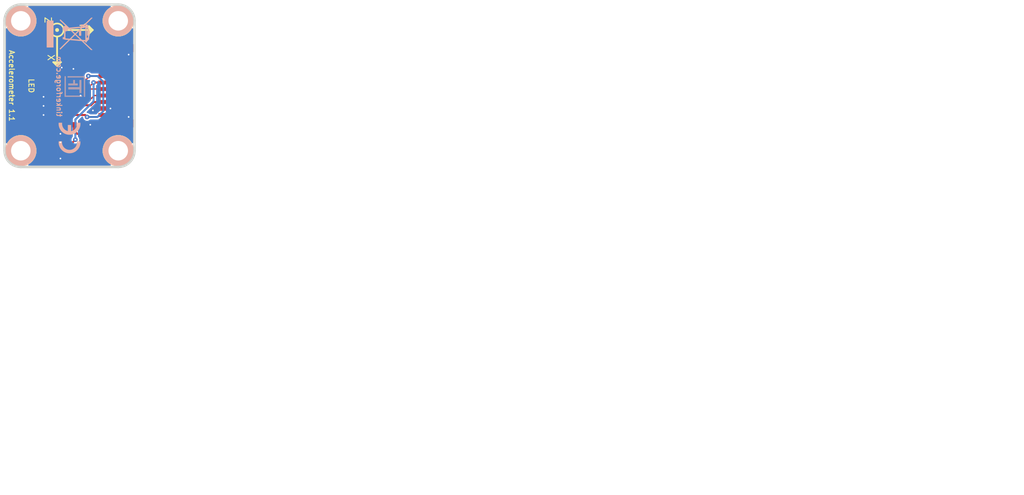
<source format=kicad_pcb>
(kicad_pcb (version 20221018) (generator pcbnew)
  (title_block (title "Accelerometer Bricklet") (date "2016-03-04") (rev "1.1") (company "Tinkerforge GmbH") (comment 1 "Licensed under CERN OHL v.1.1") (comment 2 "Copyright (©) 2016, B.Nordmeyer <bastian@tinkerforge.com>"))
  (layers (0 "F.Cu" signal "Vorderseite") (31 "B.Cu" signal "Rückseite") (34 "B.Paste" user) (35 "F.Paste" user) (36 "B.SilkS" user "B.Silkscreen") (37 "F.SilkS" user "F.Silkscreen") (38 "B.Mask" user) (39 "F.Mask" user) (44 "Edge.Cuts" user))
  (net 0 "")
  (net 1 "GND")
  (net 2 "SCL")
  (net 3 "SDA")
  (net 4 "VCC")
  (net 5 "Net-(P1-Pad6)")
  (net 6 "Net-(P1-Pad8)")
  (net 7 "Net-(P1-Pad9)")
  (net 8 "Net-(P1-Pad10)")
  (net 9 "Net-(D1-Pad2)")
  (net 10 "Net-(P1-Pad1)")
  (net 11 "Net-(P1-Pad7)")
  (net 12 "Net-(U1-Pad7)")
  (net 13 "Net-(U2-Pad2)")
  (net 14 "Net-(U2-Pad3)")
  (footprint "Fiducial_Mark" (layer "F.Cu") (at 125.05 106.15)
    (fp_text reference "Fiducial_Mark" hide)
    (fp_text value "VAL**" hide)
    (pad "1" smd circle (at 0 0) (size 1.00076 1.00076) (layers "F.Cu" "F.Mask") (clearance 0.65024))
  )
  (footprint "Fiducial_Mark" (layer "F.Cu") (at 135.15 89.05)
    (fp_text reference "Fiducial_Mark" hide)
    (fp_text value "VAL**" hide)
    (pad "1" smd circle (at 0 0) (size 1.00076 1.00076) (layers "F.Cu" "F.Mask") (clearance 0.65024))
  )
  (footprint "tinkerforge:DRILL_NP" (layer "F.Cu") (at 124.05 110.15)
    (fp_text reference "U3" hide)
    (fp_text value "DRILL" hide)
    (pad "" np_thru_hole circle (at 0 0) (size 2.99974 2.99974) (drill 2.99974) (layers "*.Cu" "*.Mask" "F.SilkS") (clearance 0.89916))
  )
  (footprint "tinkerforge:DRILL_NP" (layer "F.Cu") (at 139.04976 110.14964 90)
    (fp_text reference "U4" hide)
    (fp_text value "DRILL" hide)
    (pad "" np_thru_hole circle (at 0 0 90) (size 2.99974 2.99974) (drill 2.99974) (layers "*.Cu" "*.Mask" "F.SilkS") (clearance 0.89916))
  )
  (footprint "tinkerforge:DRILL_NP" (layer "F.Cu") (at 139.04976 90.14968)
    (fp_text reference "U5" hide)
    (fp_text value "DRILL" hide)
    (pad "" np_thru_hole circle (at 0 0) (size 2.99974 2.99974) (drill 2.99974) (layers "*.Cu" "*.Mask" "F.SilkS") (clearance 0.89916))
  )
  (footprint "tinkerforge:DRILL_NP" (layer "F.Cu") (at 124.05 90.15)
    (fp_text reference "U6" hide)
    (fp_text value "DRILL" hide)
    (pad "" np_thru_hole circle (at 0 0) (size 2.99974 2.99974) (drill 2.99974) (layers "*.Cu" "*.Mask" "F.SilkS") (clearance 0.89916))
  )
  (footprint "C0603" (layer "F.Cu") (at 133.05 106.15 180)
    (fp_text reference "C1")
    (fp_text value "100nF")
    (pad "1" smd rect (at -0.8001 0 180) (size 0.8001 0.8001) (layers "F.Cu" "F.Paste" "F.Mask") (net 1 "GND"))
    (pad "2" smd rect (at 0.8001 0 180) (size 0.8001 0.8001) (layers "F.Cu" "F.Paste" "F.Mask") (net 4 "VCC"))
  )
  (footprint "C0805" (layer "F.Cu") (at 129.45 104.65)
    (fp_text reference "C2")
    (fp_text value "10µF")
    (pad "1" smd rect (at -1.00076 0) (size 1.00076 1.24968) (layers "F.Cu" "F.Paste" "F.Mask") (net 1 "GND") (clearance 0.14986))
    (pad "2" smd rect (at 1.00076 0) (size 1.00076 1.24968) (layers "F.Cu" "F.Paste" "F.Mask") (net 4 "VCC") (clearance 0.14986))
  )
  (footprint "C0603" (layer "F.Cu") (at 129.25 103.25)
    (fp_text reference "C3")
    (fp_text value "100nF")
    (pad "1" smd rect (at -0.8001 0) (size 0.8001 0.8001) (layers "F.Cu" "F.Paste" "F.Mask") (net 1 "GND"))
    (pad "2" smd rect (at 0.8001 0) (size 0.8001 0.8001) (layers "F.Cu" "F.Paste" "F.Mask") (net 4 "VCC"))
  )
  (footprint "C0603" (layer "F.Cu") (at 128.45 101.05 90)
    (fp_text reference "C4")
    (fp_text value "100nF")
    (pad "1" smd rect (at -0.8001 0 90) (size 0.8001 0.8001) (layers "F.Cu" "F.Paste" "F.Mask") (net 1 "GND"))
    (pad "2" smd rect (at 0.8001 0 90) (size 0.8001 0.8001) (layers "F.Cu" "F.Paste" "F.Mask") (net 4 "VCC"))
  )
  (footprint "D0603" (layer "F.Cu") (at 124.35 100.15 90)
    (fp_text reference "D1")
    (fp_text value "LED")
    (pad "1" smd rect (at -0.8001 0 90) (size 0.8001 0.8001) (layers "F.Cu" "F.Paste" "F.Mask") (net 4 "VCC"))
    (pad "2" smd rect (at 0.8001 0 90) (size 0.8001 0.8001) (layers "F.Cu" "F.Paste" "F.Mask") (net 9 "Net-(D1-Pad2)"))
  )
  (footprint "CON-SENSOR" (layer "F.Cu") (at 141.54912 100.14966 90)
    (fp_text reference "P1")
    (fp_text value "CON-SENSOR")
    (pad "1" smd rect (at -4.50088 -4.7752 90) (size 0.59944 1.5494) (layers "F.Cu" "F.Paste" "F.Mask") (net 10 "Net-(P1-Pad1)"))
    (pad "2" smd rect (at -3.50012 -4.7752 90) (size 0.59944 1.5494) (layers "F.Cu" "F.Paste" "F.Mask") (net 1 "GND"))
    (pad "3" smd rect (at -2.49936 -4.7752 90) (size 0.59944 1.5494) (layers "F.Cu" "F.Paste" "F.Mask") (net 4 "VCC"))
    (pad "4" smd rect (at -1.50114 -4.7752 90) (size 0.59944 1.5494) (layers "F.Cu" "F.Paste" "F.Mask") (net 2 "SCL"))
    (pad "5" smd rect (at -0.50038 -4.7752 90) (size 0.59944 1.5494) (layers "F.Cu" "F.Paste" "F.Mask") (net 3 "SDA"))
    (pad "6" smd rect (at 0.50038 -4.7752 90) (size 0.59944 1.5494) (layers "F.Cu" "F.Paste" "F.Mask") (net 5 "Net-(P1-Pad6)"))
    (pad "7" smd rect (at 1.50114 -4.7752 90) (size 0.59944 1.5494) (layers "F.Cu" "F.Paste" "F.Mask") (net 11 "Net-(P1-Pad7)"))
    (pad "8" smd rect (at 2.49936 -4.7752 90) (size 0.59944 1.5494) (layers "F.Cu" "F.Paste" "F.Mask") (net 6 "Net-(P1-Pad8)"))
    (pad "9" smd rect (at 3.50012 -4.7752 90) (size 0.59944 1.5494) (layers "F.Cu" "F.Paste" "F.Mask") (net 7 "Net-(P1-Pad9)"))
    (pad "10" smd rect (at 4.50088 -4.7752 90) (size 0.59944 1.5494) (layers "F.Cu" "F.Paste" "F.Mask") (net 8 "Net-(P1-Pad10)"))
    (pad "EP" smd rect (at -5.79882 -0.89916 90) (size 1.19888 1.80086) (layers "F.Cu" "F.Paste" "F.Mask") (net 1 "GND"))
    (pad "EP" smd rect (at 5.79882 -0.89916 90) (size 1.19888 1.80086) (layers "F.Cu" "F.Paste" "F.Mask") (net 1 "GND"))
  )
  (footprint "R0603" (layer "F.Cu") (at 124.35 97.25 90)
    (fp_text reference "R1")
    (fp_text value "1k")
    (pad "1" smd rect (at -0.8001 0 90) (size 0.8001 0.8001) (layers "F.Cu" "F.Paste" "F.Mask") (net 9 "Net-(D1-Pad2)"))
    (pad "2" smd rect (at 0.8001 0 90) (size 0.8001 0.8001) (layers "F.Cu" "F.Paste" "F.Mask") (net 8 "Net-(P1-Pad10)"))
  )
  (footprint "kicad-libraries:SOIC8" (layer "F.Cu") (at 131.55 109.45 -90)
    (fp_text reference "U1")
    (fp_text value "M24C64")
    (pad "1" smd rect (at -1.90246 2.69748 90) (size 0.59944 1.5494) (layers "F.Cu" "F.Paste" "F.Mask") (net 1 "GND"))
    (pad "2" smd rect (at -0.63246 2.69748 90) (size 0.59944 1.5494) (layers "F.Cu" "F.Paste" "F.Mask") (net 1 "GND"))
    (pad "3" smd rect (at 0.63246 2.69748 90) (size 0.59944 1.5494) (layers "F.Cu" "F.Paste" "F.Mask") (net 5 "Net-(P1-Pad6)"))
    (pad "4" smd rect (at 1.90246 2.69748 90) (size 0.59944 1.5494) (layers "F.Cu" "F.Paste" "F.Mask") (net 1 "GND"))
    (pad "5" smd rect (at 1.90246 -2.69748 270) (size 0.59944 1.5494) (layers "F.Cu" "F.Paste" "F.Mask") (net 3 "SDA"))
    (pad "6" smd rect (at 0.63246 -2.69748 270) (size 0.59944 1.5494) (layers "F.Cu" "F.Paste" "F.Mask") (net 2 "SCL"))
    (pad "7" smd rect (at -0.63246 -2.69748 270) (size 0.59944 1.5494) (layers "F.Cu" "F.Paste" "F.Mask") (net 12 "Net-(U1-Pad7)"))
    (pad "8" smd rect (at -1.90246 -2.69748 270) (size 0.59944 1.5494) (layers "F.Cu" "F.Paste" "F.Mask") (net 4 "VCC"))
  )
  (footprint "kicad-libraries:LGA-16-3x3" (layer "F.Cu") (at 131.55 100.15 90)
    (fp_text reference "U2")
    (fp_text value "LIS3DSH")
    (pad "1" smd rect (at -1.475 -1 90) (size 0.85 0.25) (layers "F.Cu" "F.Paste" "F.Mask") (net 4 "VCC"))
    (pad "2" smd rect (at -1.475 -0.5 90) (size 0.85 0.25) (layers "F.Cu" "F.Paste" "F.Mask") (net 13 "Net-(U2-Pad2)"))
    (pad "3" smd rect (at -1.475 0 90) (size 0.85 0.25) (layers "F.Cu" "F.Paste" "F.Mask") (net 14 "Net-(U2-Pad3)"))
    (pad "4" smd rect (at -1.475 0.5 90) (size 0.85 0.25) (layers "F.Cu" "F.Paste" "F.Mask") (net 2 "SCL"))
    (pad "5" smd rect (at -1.475 1 90) (size 0.85 0.25) (layers "F.Cu" "F.Paste" "F.Mask") (net 1 "GND"))
    (pad "6" smd rect (at -0.5 1.475 90) (size 0.25 0.85) (layers "F.Cu" "F.Paste" "F.Mask") (net 3 "SDA"))
    (pad "7" smd rect (at 0 1.475 90) (size 0.25 0.85) (layers "F.Cu" "F.Paste" "F.Mask") (net 5 "Net-(P1-Pad6)"))
    (pad "8" smd rect (at 0.5 1.475 90) (size 0.25 0.85) (layers "F.Cu" "F.Paste" "F.Mask") (net 4 "VCC"))
    (pad "9" smd rect (at 1.475 1 90) (size 0.85 0.25) (layers "F.Cu" "F.Paste" "F.Mask") (net 6 "Net-(P1-Pad8)"))
    (pad "10" smd rect (at 1.475 0.5 90) (size 0.85 0.25) (layers "F.Cu" "F.Paste" "F.Mask") (net 1 "GND"))
    (pad "11" smd rect (at 1.475 0 90) (size 0.85 0.25) (layers "F.Cu" "F.Paste" "F.Mask") (net 7 "Net-(P1-Pad9)"))
    (pad "12" smd rect (at 1.475 -0.5 90) (size 0.85 0.25) (layers "F.Cu" "F.Paste" "F.Mask") (net 1 "GND"))
    (pad "13" smd rect (at 1.475 -1 90) (size 0.85 0.25) (layers "F.Cu" "F.Paste" "F.Mask") (net 1 "GND"))
    (pad "14" smd rect (at 0.5 -1.475 90) (size 0.25 0.85) (layers "F.Cu" "F.Paste" "F.Mask") (net 4 "VCC"))
    (pad "15" smd rect (at 0 -1.475 90) (size 0.25 0.85) (layers "F.Cu" "F.Paste" "F.Mask") (net 4 "VCC"))
    (pad "16" smd rect (at -0.5 -1.475 90) (size 0.25 0.85) (layers "F.Cu" "F.Paste" "F.Mask") (net 1 "GND"))
  )
  (footprint "Logo_31x31" (layer "B.Cu") (at 133.95 101.85 90)
    (fp_text reference "Ref**" hide)
    (fp_text value "Val**" hide)
  )
  (footprint "WEEE_7mm" (layer "B.Cu") (at 131.55 92.15 -90)
    (fp_text reference "VAL" hide)
    (fp_text value "WEEE_7mm" hide)
  )
  (footprint "CE_5mm" (layer "B.Cu") (at 131.55 108.15 90)
    (fp_text reference "VAL" hide)
    (fp_text value "CE_5mm" hide)
  )
  (gr_line (start 134.7375 91.9125) (end 134.7375 91.2625) (stroke (width 0.25)) (layer "F.SilkS"))
  (gr_circle (center 129.6375 91.5625) (end 129.8375 91.6625) (stroke (width 0.15)) (fill none) (layer "F.SilkS"))
  (gr_line (start 134.5375 92.1625) (end 134.5375 90.9625) (stroke (width 0.25)) (layer "F.SilkS"))
  (gr_line (start 134.5375 90.9625) (end 135.1375 91.5625) (stroke (width 0.25)) (layer "F.SilkS"))
  (gr_line (start 129.9875 96.7125) (end 129.3375 96.7125) (stroke (width 0.25)) (layer "F.SilkS"))
  (gr_line (start 130.6375 91.5625) (end 133.6375 91.5625) (stroke (width 0.25)) (layer "F.SilkS"))
  (gr_line (start 134.7375 91.2625) (end 134.6875 91.2625) (stroke (width 0.25)) (layer "F.SilkS"))
  (gr_line (start 129.0375 96.5125) (end 130.2375 96.5125) (stroke (width 0.25)) (layer "F.SilkS"))
  (gr_line (start 130.2375 96.5125) (end 129.6375 97.1125) (stroke (width 0.25)) (layer "F.SilkS"))
  (gr_line (start 135.1375 91.5625) (end 134.5375 92.1625) (stroke (width 0.25)) (layer "F.SilkS"))
  (gr_circle (center 129.6375 91.5625) (end 129.7375 91.5625) (stroke (width 0.15)) (fill none) (layer "F.SilkS"))
  (gr_line (start 129.6375 92.6125) (end 129.6375 97.1125) (stroke (width 0.25)) (layer "F.SilkS"))
  (gr_line (start 129.6375 97.1125) (end 129.0375 96.5125) (stroke (width 0.25)) (layer "F.SilkS"))
  (gr_circle (center 129.6375 91.5625) (end 130.6375 91.4625) (stroke (width 0.25)) (fill none) (layer "F.SilkS"))
  (gr_line (start 130.6375 91.5625) (end 135.1375 91.5625) (stroke (width 0.25)) (layer "F.SilkS"))
  (gr_line (start 129.6375 92.6125) (end 129.6375 95.6125) (stroke (width 0.25)) (layer "F.SilkS"))
  (gr_line (start 129.5375 91.5625) (end 129.6375 91.5625) (stroke (width 0.25)) (layer "F.SilkS"))
  (gr_line (start 139.05 87.65) (end 124.05 87.65) (stroke (width 0.381)) (layer "Edge.Cuts"))
  (gr_arc (start 121.54788 90.14968) (mid 122.28067 88.38057) (end 124.04978 87.64778) (stroke (width 0.381)) (layer "Edge.Cuts"))
  (gr_line (start 141.54912 110.14964) (end 141.54912 90.14968) (stroke (width 0.381)) (layer "Edge.Cuts"))
  (gr_arc (start 124.04978 112.649) (mid 122.282466 111.916954) (end 121.55042 110.14964) (stroke (width 0.381)) (layer "Edge.Cuts"))
  (gr_line (start 124.05 112.65) (end 139.05 112.65) (stroke (width 0.381)) (layer "Edge.Cuts"))
  (gr_arc (start 139.04976 87.65032) (mid 140.817074 88.382366) (end 141.54912 90.14968) (stroke (width 0.381)) (layer "Edge.Cuts"))
  (gr_line (start 121.54788 90.14968) (end 121.54788 110.14964) (stroke (width 0.381)) (layer "Edge.Cuts"))
  (gr_arc (start 141.54912 110.14964) (mid 140.817074 111.916954) (end 139.04976 112.649) (stroke (width 0.381)) (layer "Edge.Cuts"))
  (gr_text "tinkerforge.com" (at 129.95 100.25 270) (layer "B.SilkS") (effects (font (size 0.8001 0.8001) (thickness 0.14986)) (justify mirror)))
  (gr_text "X" (at 128.6875 95.8125 270) (layer "F.SilkS") (effects (font (size 1 1))))
  (gr_text "Y" (at 133.6 90.85 270) (layer "F.SilkS") (effects (font (size 1 1))))
  (gr_text "Accelerometer 1.1" (at 122.65 100.15 270) (layer "F.SilkS") (effects (font (size 0.8001 0.8001) (thickness 0.14986))))
  (gr_text "Z" (at 128.225 90.025 270) (layer "F.SilkS") (effects (font (size 1 1))))
  (gr_text "LED" (at 125.65 100.15 270) (layer "F.SilkS") (effects (font (size 0.8001 0.8001) (thickness 0.14986))))
  (segment (start 128.45 101.85) (end 128.45 101.8501) (width 0.29972) (layer "F.Cu") (net 1))
  (segment (start 127.5501 101.8501) (end 127.55 101.85) (width 0.29972) (layer "F.Cu") (net 1))
  (segment (start 135.45022 103.64978) (end 135.15 103.95) (width 0.70104) (layer "F.Cu") (net 1))
  (segment (start 137.84978 103.64978) (end 137.85 103.65) (width 0.70104) (layer "F.Cu") (net 1))
  (segment (start 130.14754 111.35246) (end 130.15 111.35) (width 0.70104) (layer "F.Cu") (net 1))
  (segment (start 130.11754 108.81754) (end 130.15 108.85) (width 0.70104) (layer "F.Cu") (net 1))
  (segment (start 130.14754 107.54754) (end 130.15 107.55) (width 0.70104) (layer "F.Cu") (net 1))
  (segment (start 140.64996 104.95004) (end 140.65 104.95) (width 0.29972) (layer "F.Cu") (net 1))
  (segment (start 140.64996 95.34996) (end 140.65 95.35) (width 0.29972) (layer "F.Cu") (net 1))
  (segment (start 130.55 97.55) (end 130.35 97.35) (width 0.2) (layer "F.Cu") (net 1))
  (segment (start 131.05 98.05) (end 130.35 97.35) (width 0.2) (layer "F.Cu") (net 1))
  (segment (start 129.55 100.65) (end 129.05 101.15) (width 0.2) (layer "F.Cu") (net 1))
  (segment (start 129.05 101.15) (end 129.05 101.65) (width 0.2) (layer "F.Cu") (net 1))
  (segment (start 129.05 101.65) (end 128.8499 101.8501) (width 0.2) (layer "F.Cu") (net 1))
  (segment (start 128.8499 101.8501) (end 128.45 101.8501) (width 0.2) (layer "F.Cu") (net 1))
  (segment (start 133.225 101.625) (end 133.25 101.65) (width 0.2) (layer "F.Cu") (net 1))
  (segment (start 132.05 97.65) (end 132.15 97.55) (width 0.2) (layer "F.Cu") (net 1))
  (segment (start 128.44924 104.65) (end 127.55 104.65) (width 0.29972) (layer "F.Cu") (net 1))
  (segment (start 132.05 98.675) (end 132.05 97.65) (width 0.2) (layer "F.Cu") (net 1))
  (segment (start 140.64996 94.35084) (end 140.64996 95.34996) (width 0.29972) (layer "F.Cu") (net 1))
  (segment (start 128.85252 111.35246) (end 130.14754 111.35246) (width 0.70104) (layer "F.Cu") (net 1))
  (segment (start 132.55 101.625) (end 133.225 101.625) (width 0.2) (layer "F.Cu") (net 1))
  (segment (start 130.55 98.675) (end 130.55 97.55) (width 0.2) (layer "F.Cu") (net 1))
  (segment (start 128.85252 107.54754) (end 130.14754 107.54754) (width 0.70104) (layer "F.Cu") (net 1))
  (segment (start 140.64996 105.94848) (end 140.64996 104.95004) (width 0.29972) (layer "F.Cu") (net 1))
  (segment (start 136.77392 103.64978) (end 137.84978 103.64978) (width 0.70104) (layer "F.Cu") (net 1))
  (segment (start 136.77392 103.64978) (end 135.45022 103.64978) (width 0.70104) (layer "F.Cu") (net 1))
  (segment (start 128.85252 108.81754) (end 130.11754 108.81754) (width 0.70104) (layer "F.Cu") (net 1))
  (segment (start 133.8501 106.15) (end 134.75 106.15) (width 0.29972) (layer "F.Cu") (net 1))
  (segment (start 128.45 101.8501) (end 127.5501 101.8501) (width 0.29972) (layer "F.Cu") (net 1))
  (segment (start 131.05 98.675) (end 131.05 98.05) (width 0.2) (layer "F.Cu") (net 1))
  (segment (start 128.4499 103.25) (end 127.55 103.25) (width 0.29972) (layer "F.Cu") (net 1))
  (segment (start 130.075 100.65) (end 129.55 100.65) (width 0.2) (layer "F.Cu") (net 1))
  (via (at 140.65 95.35) (size 0.7) (drill 0.25) (layers "F.Cu" "B.Cu") (net 1))
  (via (at 133.25 101.65) (size 0.7) (drill 0.25) (layers "F.Cu" "B.Cu") (net 1))
  (via (at 137.85 103.65) (size 0.7) (drill 0.25) (layers "F.Cu" "B.Cu") (net 1))
  (via (at 134.75 106.15) (size 0.7) (drill 0.25) (layers "F.Cu" "B.Cu") (net 1))
  (via (at 135.15 103.95) (size 0.7) (drill 0.25) (layers "F.Cu" "B.Cu") (net 1))
  (via (at 130.15 108.85) (size 0.7) (drill 0.25) (layers "F.Cu" "B.Cu") (net 1))
  (via (at 132.15 97.55) (size 0.7) (drill 0.25) (layers "F.Cu" "B.Cu") (net 1))
  (via (at 127.55 101.85) (size 0.7) (drill 0.25) (layers "F.Cu" "B.Cu") (net 1))
  (via (at 140.65 104.95) (size 0.7) (drill 0.25) (layers "F.Cu" "B.Cu") (net 1))
  (via (at 130.15 111.35) (size 0.7) (drill 0.25) (layers "F.Cu" "B.Cu") (net 1))
  (via (at 130.15 107.55) (size 0.7) (drill 0.25) (layers "F.Cu" "B.Cu") (net 1))
  (via (at 127.55 103.25) (size 0.7) (drill 0.25) (layers "F.Cu" "B.Cu") (net 1))
  (via (at 130.35 97.35) (size 0.7) (drill 0.25) (layers "F.Cu" "B.Cu") (net 1))
  (via (at 127.55 104.65) (size 0.7) (drill 0.25) (layers "F.Cu" "B.Cu") (net 1))
  (segment (start 135.01754 110.08246) (end 135.75 109.35) (width 0.29972) (layer "F.Cu") (net 2))
  (segment (start 135.75 109.35) (end 135.75 107.85) (width 0.29972) (layer "F.Cu") (net 2))
  (segment (start 135.75 107.85) (end 138.85 104.75) (width 0.29972) (layer "F.Cu") (net 2))
  (segment (start 138.85 104.75) (end 138.85 102.95) (width 0.29972) (layer "F.Cu") (net 2))
  (segment (start 138.85 102.95) (end 137.5508 101.6508) (width 0.29972) (layer "F.Cu") (net 2))
  (segment (start 137.5508 101.6508) (end 136.77392 101.6508) (width 0.29972) (layer "F.Cu") (net 2))
  (segment (start 132.05 102.25) (end 132.35 102.55) (width 0.2) (layer "F.Cu") (net 2))
  (segment (start 132.35 102.55) (end 134.45 102.55) (width 0.2) (layer "F.Cu") (net 2))
  (segment (start 134.45 102.55) (end 135.3492 101.6508) (width 0.2) (layer "F.Cu") (net 2))
  (segment (start 135.3492 101.6508) (end 136.77392 101.6508) (width 0.2) (layer "F.Cu") (net 2))
  (segment (start 132.05 101.625) (end 132.05 102.25) (width 0.2) (layer "F.Cu") (net 2))
  (segment (start 134.24748 110.08246) (end 135.01754 110.08246) (width 0.29972) (layer "F.Cu") (net 2))
  (segment (start 135.14754 111.35246) (end 136.35 110.15) (width 0.29972) (layer "F.Cu") (net 3))
  (segment (start 136.35 110.15) (end 136.35 108.15) (width 0.29972) (layer "F.Cu") (net 3))
  (segment (start 136.35 108.15) (end 139.45 105.05) (width 0.29972) (layer "F.Cu") (net 3))
  (segment (start 139.45 105.05) (end 139.45 102.25) (width 0.29972) (layer "F.Cu") (net 3))
  (segment (start 139.45 102.25) (end 137.85004 100.65004) (width 0.29972) (layer "F.Cu") (net 3))
  (segment (start 137.85004 100.65004) (end 136.77392 100.65004) (width 0.29972) (layer "F.Cu") (net 3))
  (segment (start 136.77388 100.65) (end 136.77392 100.65004) (width 0.2) (layer "F.Cu") (net 3))
  (segment (start 134.24748 111.35246) (end 135.14754 111.35246) (width 0.29972) (layer "F.Cu") (net 3))
  (segment (start 133.025 100.65) (end 136.77388 100.65) (width 0.2) (layer "F.Cu") (net 3))
  (segment (start 128.67268 100.47258) (end 128.45 100.2499) (width 0.29972) (layer "F.Cu") (net 4))
  (segment (start 130.45076 104.35076) (end 130.0501 103.9501) (width 0.29972) (layer "F.Cu") (net 4))
  (segment (start 130.0501 103.9501) (end 130.0501 103.25) (width 0.29972) (layer "F.Cu") (net 4))
  (segment (start 127.3501 100.2499) (end 126.65 100.95) (width 0.29972) (layer "F.Cu") (net 4))
  (segment (start 126.65 100.95) (end 126.65 104.95) (width 0.29972) (layer "F.Cu") (net 4))
  (segment (start 126.65 104.95) (end 127.75 106.05) (width 0.29972) (layer "F.Cu") (net 4))
  (segment (start 127.75 106.05) (end 129.05076 106.05) (width 0.29972) (layer "F.Cu") (net 4))
  (segment (start 129.05076 106.05) (end 130.45076 104.65) (width 0.29972) (layer "F.Cu") (net 4))
  (segment (start 131.05 106.15) (end 130.45076 105.55076) (width 0.29972) (layer "F.Cu") (net 4))
  (segment (start 130.45076 105.55076) (end 130.45076 104.65) (width 0.29972) (layer "F.Cu") (net 4))
  (segment (start 132.74754 107.54754) (end 132.2499 107.0499) (width 0.29972) (layer "F.Cu") (net 4))
  (segment (start 132.2499 107.0499) (end 132.2499 106.15) (width 0.29972) (layer "F.Cu") (net 4))
  (segment (start 135.35098 102.64902) (end 134.85 103.15) (width 0.29972) (layer "F.Cu") (net 4))
  (segment (start 134.85 103.15) (end 132.45 103.15) (width 0.29972) (layer "F.Cu") (net 4))
  (segment (start 132.45 103.15) (end 130.95 104.65) (width 0.29972) (layer "F.Cu") (net 4))
  (segment (start 130.95 104.65) (end 130.45076 104.65) (width 0.29972) (layer "F.Cu") (net 4))
  (segment (start 134.25 104.95) (end 133.95 104.65) (width 0.29972) (layer "F.Cu") (net 4))
  (segment (start 133.95 104.65) (end 130.45076 104.65) (width 0.29972) (layer "F.Cu") (net 4))
  (segment (start 124.35 102.65) (end 126.65 104.95) (width 0.29972) (layer "F.Cu") (net 4))
  (segment (start 134.45 98.85) (end 133.65 99.65) (width 0.2) (layer "F.Cu") (net 4))
  (segment (start 133.65 99.65) (end 133.025 99.65) (width 0.2) (layer "F.Cu") (net 4))
  (segment (start 129.35 100.15) (end 129.2501 100.2499) (width 0.2) (layer "F.Cu") (net 4))
  (segment (start 129.2501 100.2499) (end 128.45 100.2499) (width 0.2) (layer "F.Cu") (net 4))
  (segment (start 129.65 99.65) (end 129.0501 100.2499) (width 0.2) (layer "F.Cu") (net 4))
  (segment (start 129.0501 100.2499) (end 128.45 100.2499) (width 0.2) (layer "F.Cu") (net 4))
  (segment (start 130.55 102.7501) (end 130.0501 103.25) (width 0.2) (layer "F.Cu") (net 4))
  (segment (start 130.45076 104.65) (end 130.45076 104.35076) (width 0.29972) (layer "F.Cu") (net 4))
  (segment (start 130.075 99.65) (end 129.65 99.65) (width 0.2) (layer "F.Cu") (net 4))
  (segment (start 130.075 100.15) (end 129.35 100.15) (width 0.2) (layer "F.Cu") (net 4))
  (segment (start 132.2499 106.15) (end 131.05 106.15) (width 0.29972) (layer "F.Cu") (net 4))
  (segment (start 134.45 98.65) (end 134.45 98.85) (width 0.2) (layer "F.Cu") (net 4))
  (segment (start 136.77392 102.64902) (end 135.35098 102.64902) (width 0.29972) (layer "F.Cu") (net 4))
  (segment (start 128.45 100.2499) (end 127.3501 100.2499) (width 0.29972) (layer "F.Cu") (net 4))
  (segment (start 130.55 101.625) (end 130.55 102.7501) (width 0.2) (layer "F.Cu") (net 4))
  (segment (start 124.35 100.9501) (end 124.35 102.65) (width 0.29972) (layer "F.Cu") (net 4))
  (segment (start 134.24748 107.54754) (end 132.74754 107.54754) (width 0.29972) (layer "F.Cu") (net 4))
  (via (at 134.25 104.95) (size 0.7) (drill 0.25) (layers "F.Cu" "B.Cu") (net 4))
  (via (at 134.45 98.65) (size 0.7) (drill 0.25) (layers "F.Cu" "B.Cu") (net 4))
  (segment (start 135.85 98.65) (end 136.75 99.55) (width 0.29972) (layer "B.Cu") (net 4))
  (segment (start 136.75 99.55) (end 136.75 104.05) (width 0.29972) (layer "B.Cu") (net 4))
  (segment (start 136.75 104.05) (end 135.85 104.95) (width 0.29972) (layer "B.Cu") (net 4))
  (segment (start 135.85 104.95) (end 134.25 104.95) (width 0.29972) (layer "B.Cu") (net 4))
  (segment (start 134.45 98.65) (end 135.85 98.65) (width 0.29972) (layer "B.Cu") (net 4))
  (segment (start 135.25072 99.64928) (end 136.77392 99.64928) (width 0.29972) (layer "F.Cu") (net 5))
  (segment (start 132.45 108.45) (end 130.81754 110.08246) (width 0.29972) (layer "F.Cu") (net 5))
  (segment (start 128.85252 110.08246) (end 130.81754 110.08246) (width 0.29972) (layer "F.Cu") (net 5))
  (segment (start 134.75 100.15) (end 135.25072 99.64928) (width 0.2) (layer "F.Cu") (net 5))
  (segment (start 133.025 100.15) (end 134.75 100.15) (width 0.2) (layer "F.Cu") (net 5))
  (via (at 132.45 108.45) (size 0.7) (drill 0.25) (layers "F.Cu" "B.Cu") (net 5))
  (via (at 135.25072 99.64928) (size 0.7) (drill 0.25) (layers "F.Cu" "B.Cu") (net 5))
  (segment (start 135.25 99.65) (end 135.25072 99.64928) (width 0.29972) (layer "B.Cu") (net 5))
  (segment (start 135.25 99.65) (end 135.25 102.55) (width 0.29972) (layer "B.Cu") (net 5))
  (segment (start 135.25 102.55) (end 132.45 105.35) (width 0.29972) (layer "B.Cu") (net 5))
  (segment (start 132.45 105.35) (end 132.45 108.45) (width 0.29972) (layer "B.Cu") (net 5))
  (segment (start 132.55 98.15) (end 133.0497 97.6503) (width 0.2) (layer "F.Cu") (net 6))
  (segment (start 133.0497 97.6503) (end 136.77392 97.6503) (width 0.2) (layer "F.Cu") (net 6))
  (segment (start 132.55 98.675) (end 132.55 98.15) (width 0.2) (layer "F.Cu") (net 6))
  (segment (start 135.54954 96.64954) (end 134.95 96.05) (width 0.2) (layer "F.Cu") (net 7))
  (segment (start 134.95 96.05) (end 131.75 96.05) (width 0.2) (layer "F.Cu") (net 7))
  (segment (start 131.75 96.05) (end 131.22742 96.57258) (width 0.2) (layer "F.Cu") (net 7))
  (segment (start 131.22742 96.57258) (end 131.22742 97.62742) (width 0.2) (layer "F.Cu") (net 7))
  (segment (start 131.55 97.95) (end 131.22742 97.62742) (width 0.2) (layer "F.Cu") (net 7))
  (segment (start 131.55 98.675) (end 131.55 97.95) (width 0.2) (layer "F.Cu") (net 7))
  (segment (start 136.77392 96.64954) (end 135.54954 96.64954) (width 0.2) (layer "F.Cu") (net 7))
  (segment (start 135.54878 95.64878) (end 135.15 95.25) (width 0.29972) (layer "F.Cu") (net 8))
  (segment (start 135.15 95.25) (end 128.35 95.25) (width 0.29972) (layer "F.Cu") (net 8))
  (segment (start 128.35 95.25) (end 127.1501 96.4499) (width 0.29972) (layer "F.Cu") (net 8))
  (segment (start 127.1501 96.4499) (end 124.35 96.4499) (width 0.29972) (layer "F.Cu") (net 8))
  (segment (start 136.77392 95.64878) (end 135.54878 95.64878) (width 0.29972) (layer "F.Cu") (net 8))
  (segment (start 124.35 99.3499) (end 124.35 98.0501) (width 0.29972) (layer "F.Cu") (net 9))
  (zone (net 1) (net_name "GND") (layer "B.Cu") (connect_pads (clearance 0.24892)) (min_thickness 0.24892) (fill yes (thermal_gap 0.29972) (thermal_bridge_width 0.29972))
    (polygon (pts (xy 141.54912 112.649) (xy 141.54912 87.65032) (xy 121.54788 87.65032) (xy 121.54788 112.649)))
  )
)
</source>
